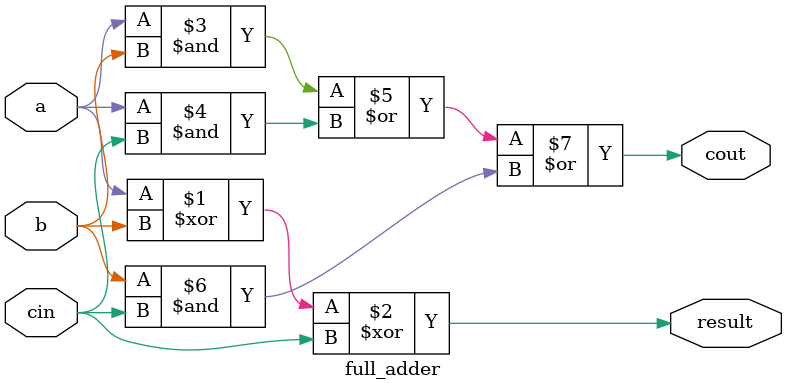
<source format=v>
`timescale 1ns/1ps
module Adder(
    src1_i,
	src2_i,
	sum_o
	);
     
//I/O ports
input  [32-1:0]  src1_i;
input  [32-1:0]	 src2_i;
output [32-1:0]	 sum_o;

//Internal Signals
wire    [32-1:0] sum_o;
wire    [32-1:0] carry;

// 32-bit adder
        full_adder Add00(src1_i[0],src2_i[0],1'b0,sum_o[0],carry[0]);
        full_adder Add01(src1_i[1],src2_i[1],carry[0],sum_o[1],carry[1]);
        full_adder Add02(src1_i[2],src2_i[2],carry[1],sum_o[2],carry[2]);
        full_adder Add03(src1_i[3],src2_i[3],carry[2],sum_o[3],carry[3]);
        full_adder Add04(src1_i[4],src2_i[4],carry[3],sum_o[4],carry[4]);
        full_adder Add05(src1_i[5],src2_i[5],carry[4],sum_o[5],carry[5]);
        full_adder Add06(src1_i[6],src2_i[6],carry[5],sum_o[6],carry[6]);
        full_adder Add07(src1_i[7],src2_i[7],carry[6],sum_o[7],carry[7]);
        full_adder Add08(src1_i[8],src2_i[8],carry[7],sum_o[8],carry[8]);
        full_adder Add09(src1_i[9],src2_i[9],carry[8],sum_o[9],carry[9]);
        full_adder Add10(src1_i[10],src2_i[10],carry[9],sum_o[10],carry[10]);
        full_adder Add11(src1_i[11],src2_i[11],carry[10],sum_o[11],carry[11]);
        full_adder Add12(src1_i[12],src2_i[12],carry[11],sum_o[12],carry[12]);
        full_adder Add13(src1_i[13],src2_i[13],carry[12],sum_o[13],carry[13]);
        full_adder Add14(src1_i[14],src2_i[14],carry[13],sum_o[14],carry[14]);
        full_adder Add15(src1_i[15],src2_i[15],carry[14],sum_o[15],carry[15]);
        full_adder Add16(src1_i[16],src2_i[16],carry[15],sum_o[16],carry[16]);
        full_adder Add17(src1_i[17],src2_i[17],carry[16],sum_o[17],carry[17]);
        full_adder Add18(src1_i[18],src2_i[18],carry[17],sum_o[18],carry[18]);
        full_adder Add19(src1_i[19],src2_i[19],carry[18],sum_o[19],carry[19]);
        full_adder Add20(src1_i[20],src2_i[20],carry[19],sum_o[20],carry[20]);
        full_adder Add21(src1_i[21],src2_i[21],carry[20],sum_o[21],carry[21]);
        full_adder Add22(src1_i[22],src2_i[22],carry[21],sum_o[22],carry[22]);
        full_adder Add23(src1_i[23],src2_i[23],carry[22],sum_o[23],carry[23]);
        full_adder Add24(src1_i[24],src2_i[24],carry[23],sum_o[24],carry[24]);
        full_adder Add25(src1_i[25],src2_i[25],carry[24],sum_o[25],carry[25]);
        full_adder Add26(src1_i[26],src2_i[26],carry[25],sum_o[26],carry[26]);
        full_adder Add27(src1_i[27],src2_i[27],carry[26],sum_o[27],carry[27]);
        full_adder Add28(src1_i[28],src2_i[28],carry[27],sum_o[28],carry[28]);
        full_adder Add29(src1_i[29],src2_i[29],carry[28],sum_o[29],carry[29]);
        full_adder Add30(src1_i[30],src2_i[30],carry[29],sum_o[30],carry[30]);
        full_adder Add31(src1_i[31],src2_i[31],carry[30],sum_o[31],carry[31]);
endmodule


module full_adder(a,b,cin,result,cout);

input a,b,cin;
output result,cout;

assign result = a ^ b ^ cin;
assign cout = (a & b) | (a & cin) | (b & cin);
endmodule                  
</source>
